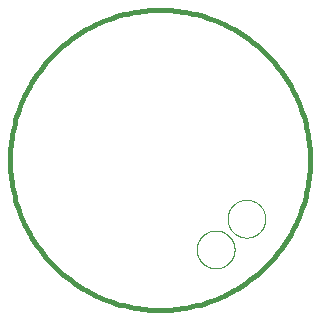
<source format=gko>
G75*
%MOIN*%
%OFA0B0*%
%FSLAX25Y25*%
%IPPOS*%
%LPD*%
%AMOC8*
5,1,8,0,0,1.08239X$1,22.5*
%
%ADD10C,0.00000*%
%ADD11C,0.01600*%
D10*
X0062251Y0020172D02*
X0062253Y0020330D01*
X0062259Y0020488D01*
X0062269Y0020646D01*
X0062283Y0020804D01*
X0062301Y0020961D01*
X0062322Y0021118D01*
X0062348Y0021274D01*
X0062378Y0021430D01*
X0062411Y0021585D01*
X0062449Y0021738D01*
X0062490Y0021891D01*
X0062535Y0022043D01*
X0062584Y0022194D01*
X0062637Y0022343D01*
X0062693Y0022491D01*
X0062753Y0022637D01*
X0062817Y0022782D01*
X0062885Y0022925D01*
X0062956Y0023067D01*
X0063030Y0023207D01*
X0063108Y0023344D01*
X0063190Y0023480D01*
X0063274Y0023614D01*
X0063363Y0023745D01*
X0063454Y0023874D01*
X0063549Y0024001D01*
X0063646Y0024126D01*
X0063747Y0024248D01*
X0063851Y0024367D01*
X0063958Y0024484D01*
X0064068Y0024598D01*
X0064181Y0024709D01*
X0064296Y0024818D01*
X0064414Y0024923D01*
X0064535Y0025025D01*
X0064658Y0025125D01*
X0064784Y0025221D01*
X0064912Y0025314D01*
X0065042Y0025404D01*
X0065175Y0025490D01*
X0065310Y0025574D01*
X0065446Y0025653D01*
X0065585Y0025730D01*
X0065726Y0025802D01*
X0065868Y0025872D01*
X0066012Y0025937D01*
X0066158Y0025999D01*
X0066305Y0026057D01*
X0066454Y0026112D01*
X0066604Y0026163D01*
X0066755Y0026210D01*
X0066907Y0026253D01*
X0067060Y0026292D01*
X0067215Y0026328D01*
X0067370Y0026359D01*
X0067526Y0026387D01*
X0067682Y0026411D01*
X0067839Y0026431D01*
X0067997Y0026447D01*
X0068154Y0026459D01*
X0068313Y0026467D01*
X0068471Y0026471D01*
X0068629Y0026471D01*
X0068787Y0026467D01*
X0068946Y0026459D01*
X0069103Y0026447D01*
X0069261Y0026431D01*
X0069418Y0026411D01*
X0069574Y0026387D01*
X0069730Y0026359D01*
X0069885Y0026328D01*
X0070040Y0026292D01*
X0070193Y0026253D01*
X0070345Y0026210D01*
X0070496Y0026163D01*
X0070646Y0026112D01*
X0070795Y0026057D01*
X0070942Y0025999D01*
X0071088Y0025937D01*
X0071232Y0025872D01*
X0071374Y0025802D01*
X0071515Y0025730D01*
X0071654Y0025653D01*
X0071790Y0025574D01*
X0071925Y0025490D01*
X0072058Y0025404D01*
X0072188Y0025314D01*
X0072316Y0025221D01*
X0072442Y0025125D01*
X0072565Y0025025D01*
X0072686Y0024923D01*
X0072804Y0024818D01*
X0072919Y0024709D01*
X0073032Y0024598D01*
X0073142Y0024484D01*
X0073249Y0024367D01*
X0073353Y0024248D01*
X0073454Y0024126D01*
X0073551Y0024001D01*
X0073646Y0023874D01*
X0073737Y0023745D01*
X0073826Y0023614D01*
X0073910Y0023480D01*
X0073992Y0023344D01*
X0074070Y0023207D01*
X0074144Y0023067D01*
X0074215Y0022925D01*
X0074283Y0022782D01*
X0074347Y0022637D01*
X0074407Y0022491D01*
X0074463Y0022343D01*
X0074516Y0022194D01*
X0074565Y0022043D01*
X0074610Y0021891D01*
X0074651Y0021738D01*
X0074689Y0021585D01*
X0074722Y0021430D01*
X0074752Y0021274D01*
X0074778Y0021118D01*
X0074799Y0020961D01*
X0074817Y0020804D01*
X0074831Y0020646D01*
X0074841Y0020488D01*
X0074847Y0020330D01*
X0074849Y0020172D01*
X0074847Y0020014D01*
X0074841Y0019856D01*
X0074831Y0019698D01*
X0074817Y0019540D01*
X0074799Y0019383D01*
X0074778Y0019226D01*
X0074752Y0019070D01*
X0074722Y0018914D01*
X0074689Y0018759D01*
X0074651Y0018606D01*
X0074610Y0018453D01*
X0074565Y0018301D01*
X0074516Y0018150D01*
X0074463Y0018001D01*
X0074407Y0017853D01*
X0074347Y0017707D01*
X0074283Y0017562D01*
X0074215Y0017419D01*
X0074144Y0017277D01*
X0074070Y0017137D01*
X0073992Y0017000D01*
X0073910Y0016864D01*
X0073826Y0016730D01*
X0073737Y0016599D01*
X0073646Y0016470D01*
X0073551Y0016343D01*
X0073454Y0016218D01*
X0073353Y0016096D01*
X0073249Y0015977D01*
X0073142Y0015860D01*
X0073032Y0015746D01*
X0072919Y0015635D01*
X0072804Y0015526D01*
X0072686Y0015421D01*
X0072565Y0015319D01*
X0072442Y0015219D01*
X0072316Y0015123D01*
X0072188Y0015030D01*
X0072058Y0014940D01*
X0071925Y0014854D01*
X0071790Y0014770D01*
X0071654Y0014691D01*
X0071515Y0014614D01*
X0071374Y0014542D01*
X0071232Y0014472D01*
X0071088Y0014407D01*
X0070942Y0014345D01*
X0070795Y0014287D01*
X0070646Y0014232D01*
X0070496Y0014181D01*
X0070345Y0014134D01*
X0070193Y0014091D01*
X0070040Y0014052D01*
X0069885Y0014016D01*
X0069730Y0013985D01*
X0069574Y0013957D01*
X0069418Y0013933D01*
X0069261Y0013913D01*
X0069103Y0013897D01*
X0068946Y0013885D01*
X0068787Y0013877D01*
X0068629Y0013873D01*
X0068471Y0013873D01*
X0068313Y0013877D01*
X0068154Y0013885D01*
X0067997Y0013897D01*
X0067839Y0013913D01*
X0067682Y0013933D01*
X0067526Y0013957D01*
X0067370Y0013985D01*
X0067215Y0014016D01*
X0067060Y0014052D01*
X0066907Y0014091D01*
X0066755Y0014134D01*
X0066604Y0014181D01*
X0066454Y0014232D01*
X0066305Y0014287D01*
X0066158Y0014345D01*
X0066012Y0014407D01*
X0065868Y0014472D01*
X0065726Y0014542D01*
X0065585Y0014614D01*
X0065446Y0014691D01*
X0065310Y0014770D01*
X0065175Y0014854D01*
X0065042Y0014940D01*
X0064912Y0015030D01*
X0064784Y0015123D01*
X0064658Y0015219D01*
X0064535Y0015319D01*
X0064414Y0015421D01*
X0064296Y0015526D01*
X0064181Y0015635D01*
X0064068Y0015746D01*
X0063958Y0015860D01*
X0063851Y0015977D01*
X0063747Y0016096D01*
X0063646Y0016218D01*
X0063549Y0016343D01*
X0063454Y0016470D01*
X0063363Y0016599D01*
X0063274Y0016730D01*
X0063190Y0016864D01*
X0063108Y0017000D01*
X0063030Y0017137D01*
X0062956Y0017277D01*
X0062885Y0017419D01*
X0062817Y0017562D01*
X0062753Y0017707D01*
X0062693Y0017853D01*
X0062637Y0018001D01*
X0062584Y0018150D01*
X0062535Y0018301D01*
X0062490Y0018453D01*
X0062449Y0018606D01*
X0062411Y0018759D01*
X0062378Y0018914D01*
X0062348Y0019070D01*
X0062322Y0019226D01*
X0062301Y0019383D01*
X0062283Y0019540D01*
X0062269Y0019698D01*
X0062259Y0019856D01*
X0062253Y0020014D01*
X0062251Y0020172D01*
X0072504Y0030425D02*
X0072506Y0030583D01*
X0072512Y0030741D01*
X0072522Y0030899D01*
X0072536Y0031057D01*
X0072554Y0031214D01*
X0072575Y0031371D01*
X0072601Y0031527D01*
X0072631Y0031683D01*
X0072664Y0031838D01*
X0072702Y0031991D01*
X0072743Y0032144D01*
X0072788Y0032296D01*
X0072837Y0032447D01*
X0072890Y0032596D01*
X0072946Y0032744D01*
X0073006Y0032890D01*
X0073070Y0033035D01*
X0073138Y0033178D01*
X0073209Y0033320D01*
X0073283Y0033460D01*
X0073361Y0033597D01*
X0073443Y0033733D01*
X0073527Y0033867D01*
X0073616Y0033998D01*
X0073707Y0034127D01*
X0073802Y0034254D01*
X0073899Y0034379D01*
X0074000Y0034501D01*
X0074104Y0034620D01*
X0074211Y0034737D01*
X0074321Y0034851D01*
X0074434Y0034962D01*
X0074549Y0035071D01*
X0074667Y0035176D01*
X0074788Y0035278D01*
X0074911Y0035378D01*
X0075037Y0035474D01*
X0075165Y0035567D01*
X0075295Y0035657D01*
X0075428Y0035743D01*
X0075563Y0035827D01*
X0075699Y0035906D01*
X0075838Y0035983D01*
X0075979Y0036055D01*
X0076121Y0036125D01*
X0076265Y0036190D01*
X0076411Y0036252D01*
X0076558Y0036310D01*
X0076707Y0036365D01*
X0076857Y0036416D01*
X0077008Y0036463D01*
X0077160Y0036506D01*
X0077313Y0036545D01*
X0077468Y0036581D01*
X0077623Y0036612D01*
X0077779Y0036640D01*
X0077935Y0036664D01*
X0078092Y0036684D01*
X0078250Y0036700D01*
X0078407Y0036712D01*
X0078566Y0036720D01*
X0078724Y0036724D01*
X0078882Y0036724D01*
X0079040Y0036720D01*
X0079199Y0036712D01*
X0079356Y0036700D01*
X0079514Y0036684D01*
X0079671Y0036664D01*
X0079827Y0036640D01*
X0079983Y0036612D01*
X0080138Y0036581D01*
X0080293Y0036545D01*
X0080446Y0036506D01*
X0080598Y0036463D01*
X0080749Y0036416D01*
X0080899Y0036365D01*
X0081048Y0036310D01*
X0081195Y0036252D01*
X0081341Y0036190D01*
X0081485Y0036125D01*
X0081627Y0036055D01*
X0081768Y0035983D01*
X0081907Y0035906D01*
X0082043Y0035827D01*
X0082178Y0035743D01*
X0082311Y0035657D01*
X0082441Y0035567D01*
X0082569Y0035474D01*
X0082695Y0035378D01*
X0082818Y0035278D01*
X0082939Y0035176D01*
X0083057Y0035071D01*
X0083172Y0034962D01*
X0083285Y0034851D01*
X0083395Y0034737D01*
X0083502Y0034620D01*
X0083606Y0034501D01*
X0083707Y0034379D01*
X0083804Y0034254D01*
X0083899Y0034127D01*
X0083990Y0033998D01*
X0084079Y0033867D01*
X0084163Y0033733D01*
X0084245Y0033597D01*
X0084323Y0033460D01*
X0084397Y0033320D01*
X0084468Y0033178D01*
X0084536Y0033035D01*
X0084600Y0032890D01*
X0084660Y0032744D01*
X0084716Y0032596D01*
X0084769Y0032447D01*
X0084818Y0032296D01*
X0084863Y0032144D01*
X0084904Y0031991D01*
X0084942Y0031838D01*
X0084975Y0031683D01*
X0085005Y0031527D01*
X0085031Y0031371D01*
X0085052Y0031214D01*
X0085070Y0031057D01*
X0085084Y0030899D01*
X0085094Y0030741D01*
X0085100Y0030583D01*
X0085102Y0030425D01*
X0085100Y0030267D01*
X0085094Y0030109D01*
X0085084Y0029951D01*
X0085070Y0029793D01*
X0085052Y0029636D01*
X0085031Y0029479D01*
X0085005Y0029323D01*
X0084975Y0029167D01*
X0084942Y0029012D01*
X0084904Y0028859D01*
X0084863Y0028706D01*
X0084818Y0028554D01*
X0084769Y0028403D01*
X0084716Y0028254D01*
X0084660Y0028106D01*
X0084600Y0027960D01*
X0084536Y0027815D01*
X0084468Y0027672D01*
X0084397Y0027530D01*
X0084323Y0027390D01*
X0084245Y0027253D01*
X0084163Y0027117D01*
X0084079Y0026983D01*
X0083990Y0026852D01*
X0083899Y0026723D01*
X0083804Y0026596D01*
X0083707Y0026471D01*
X0083606Y0026349D01*
X0083502Y0026230D01*
X0083395Y0026113D01*
X0083285Y0025999D01*
X0083172Y0025888D01*
X0083057Y0025779D01*
X0082939Y0025674D01*
X0082818Y0025572D01*
X0082695Y0025472D01*
X0082569Y0025376D01*
X0082441Y0025283D01*
X0082311Y0025193D01*
X0082178Y0025107D01*
X0082043Y0025023D01*
X0081907Y0024944D01*
X0081768Y0024867D01*
X0081627Y0024795D01*
X0081485Y0024725D01*
X0081341Y0024660D01*
X0081195Y0024598D01*
X0081048Y0024540D01*
X0080899Y0024485D01*
X0080749Y0024434D01*
X0080598Y0024387D01*
X0080446Y0024344D01*
X0080293Y0024305D01*
X0080138Y0024269D01*
X0079983Y0024238D01*
X0079827Y0024210D01*
X0079671Y0024186D01*
X0079514Y0024166D01*
X0079356Y0024150D01*
X0079199Y0024138D01*
X0079040Y0024130D01*
X0078882Y0024126D01*
X0078724Y0024126D01*
X0078566Y0024130D01*
X0078407Y0024138D01*
X0078250Y0024150D01*
X0078092Y0024166D01*
X0077935Y0024186D01*
X0077779Y0024210D01*
X0077623Y0024238D01*
X0077468Y0024269D01*
X0077313Y0024305D01*
X0077160Y0024344D01*
X0077008Y0024387D01*
X0076857Y0024434D01*
X0076707Y0024485D01*
X0076558Y0024540D01*
X0076411Y0024598D01*
X0076265Y0024660D01*
X0076121Y0024725D01*
X0075979Y0024795D01*
X0075838Y0024867D01*
X0075699Y0024944D01*
X0075563Y0025023D01*
X0075428Y0025107D01*
X0075295Y0025193D01*
X0075165Y0025283D01*
X0075037Y0025376D01*
X0074911Y0025472D01*
X0074788Y0025572D01*
X0074667Y0025674D01*
X0074549Y0025779D01*
X0074434Y0025888D01*
X0074321Y0025999D01*
X0074211Y0026113D01*
X0074104Y0026230D01*
X0074000Y0026349D01*
X0073899Y0026471D01*
X0073802Y0026596D01*
X0073707Y0026723D01*
X0073616Y0026852D01*
X0073527Y0026983D01*
X0073443Y0027117D01*
X0073361Y0027253D01*
X0073283Y0027390D01*
X0073209Y0027530D01*
X0073138Y0027672D01*
X0073070Y0027815D01*
X0073006Y0027960D01*
X0072946Y0028106D01*
X0072890Y0028254D01*
X0072837Y0028403D01*
X0072788Y0028554D01*
X0072743Y0028706D01*
X0072702Y0028859D01*
X0072664Y0029012D01*
X0072631Y0029167D01*
X0072601Y0029323D01*
X0072575Y0029479D01*
X0072554Y0029636D01*
X0072536Y0029793D01*
X0072522Y0029951D01*
X0072512Y0030109D01*
X0072506Y0030267D01*
X0072504Y0030425D01*
D11*
X0000000Y0050000D02*
X0000015Y0051227D01*
X0000060Y0052453D01*
X0000135Y0053678D01*
X0000241Y0054901D01*
X0000376Y0056121D01*
X0000541Y0057337D01*
X0000736Y0058548D01*
X0000961Y0059755D01*
X0001215Y0060955D01*
X0001498Y0062149D01*
X0001811Y0063336D01*
X0002153Y0064514D01*
X0002524Y0065684D01*
X0002923Y0066844D01*
X0003350Y0067995D01*
X0003806Y0069134D01*
X0004290Y0070262D01*
X0004801Y0071378D01*
X0005339Y0072481D01*
X0005904Y0073570D01*
X0006496Y0074645D01*
X0007114Y0075705D01*
X0007757Y0076750D01*
X0008427Y0077779D01*
X0009121Y0078790D01*
X0009840Y0079785D01*
X0010583Y0080762D01*
X0011349Y0081720D01*
X0012140Y0082659D01*
X0012952Y0083578D01*
X0013788Y0084477D01*
X0014645Y0085355D01*
X0015523Y0086212D01*
X0016422Y0087048D01*
X0017341Y0087860D01*
X0018280Y0088651D01*
X0019238Y0089417D01*
X0020215Y0090160D01*
X0021210Y0090879D01*
X0022221Y0091573D01*
X0023250Y0092243D01*
X0024295Y0092886D01*
X0025355Y0093504D01*
X0026430Y0094096D01*
X0027519Y0094661D01*
X0028622Y0095199D01*
X0029738Y0095710D01*
X0030866Y0096194D01*
X0032005Y0096650D01*
X0033156Y0097077D01*
X0034316Y0097476D01*
X0035486Y0097847D01*
X0036664Y0098189D01*
X0037851Y0098502D01*
X0039045Y0098785D01*
X0040245Y0099039D01*
X0041452Y0099264D01*
X0042663Y0099459D01*
X0043879Y0099624D01*
X0045099Y0099759D01*
X0046322Y0099865D01*
X0047547Y0099940D01*
X0048773Y0099985D01*
X0050000Y0100000D01*
X0051227Y0099985D01*
X0052453Y0099940D01*
X0053678Y0099865D01*
X0054901Y0099759D01*
X0056121Y0099624D01*
X0057337Y0099459D01*
X0058548Y0099264D01*
X0059755Y0099039D01*
X0060955Y0098785D01*
X0062149Y0098502D01*
X0063336Y0098189D01*
X0064514Y0097847D01*
X0065684Y0097476D01*
X0066844Y0097077D01*
X0067995Y0096650D01*
X0069134Y0096194D01*
X0070262Y0095710D01*
X0071378Y0095199D01*
X0072481Y0094661D01*
X0073570Y0094096D01*
X0074645Y0093504D01*
X0075705Y0092886D01*
X0076750Y0092243D01*
X0077779Y0091573D01*
X0078790Y0090879D01*
X0079785Y0090160D01*
X0080762Y0089417D01*
X0081720Y0088651D01*
X0082659Y0087860D01*
X0083578Y0087048D01*
X0084477Y0086212D01*
X0085355Y0085355D01*
X0086212Y0084477D01*
X0087048Y0083578D01*
X0087860Y0082659D01*
X0088651Y0081720D01*
X0089417Y0080762D01*
X0090160Y0079785D01*
X0090879Y0078790D01*
X0091573Y0077779D01*
X0092243Y0076750D01*
X0092886Y0075705D01*
X0093504Y0074645D01*
X0094096Y0073570D01*
X0094661Y0072481D01*
X0095199Y0071378D01*
X0095710Y0070262D01*
X0096194Y0069134D01*
X0096650Y0067995D01*
X0097077Y0066844D01*
X0097476Y0065684D01*
X0097847Y0064514D01*
X0098189Y0063336D01*
X0098502Y0062149D01*
X0098785Y0060955D01*
X0099039Y0059755D01*
X0099264Y0058548D01*
X0099459Y0057337D01*
X0099624Y0056121D01*
X0099759Y0054901D01*
X0099865Y0053678D01*
X0099940Y0052453D01*
X0099985Y0051227D01*
X0100000Y0050000D01*
X0099985Y0048773D01*
X0099940Y0047547D01*
X0099865Y0046322D01*
X0099759Y0045099D01*
X0099624Y0043879D01*
X0099459Y0042663D01*
X0099264Y0041452D01*
X0099039Y0040245D01*
X0098785Y0039045D01*
X0098502Y0037851D01*
X0098189Y0036664D01*
X0097847Y0035486D01*
X0097476Y0034316D01*
X0097077Y0033156D01*
X0096650Y0032005D01*
X0096194Y0030866D01*
X0095710Y0029738D01*
X0095199Y0028622D01*
X0094661Y0027519D01*
X0094096Y0026430D01*
X0093504Y0025355D01*
X0092886Y0024295D01*
X0092243Y0023250D01*
X0091573Y0022221D01*
X0090879Y0021210D01*
X0090160Y0020215D01*
X0089417Y0019238D01*
X0088651Y0018280D01*
X0087860Y0017341D01*
X0087048Y0016422D01*
X0086212Y0015523D01*
X0085355Y0014645D01*
X0084477Y0013788D01*
X0083578Y0012952D01*
X0082659Y0012140D01*
X0081720Y0011349D01*
X0080762Y0010583D01*
X0079785Y0009840D01*
X0078790Y0009121D01*
X0077779Y0008427D01*
X0076750Y0007757D01*
X0075705Y0007114D01*
X0074645Y0006496D01*
X0073570Y0005904D01*
X0072481Y0005339D01*
X0071378Y0004801D01*
X0070262Y0004290D01*
X0069134Y0003806D01*
X0067995Y0003350D01*
X0066844Y0002923D01*
X0065684Y0002524D01*
X0064514Y0002153D01*
X0063336Y0001811D01*
X0062149Y0001498D01*
X0060955Y0001215D01*
X0059755Y0000961D01*
X0058548Y0000736D01*
X0057337Y0000541D01*
X0056121Y0000376D01*
X0054901Y0000241D01*
X0053678Y0000135D01*
X0052453Y0000060D01*
X0051227Y0000015D01*
X0050000Y0000000D01*
X0048773Y0000015D01*
X0047547Y0000060D01*
X0046322Y0000135D01*
X0045099Y0000241D01*
X0043879Y0000376D01*
X0042663Y0000541D01*
X0041452Y0000736D01*
X0040245Y0000961D01*
X0039045Y0001215D01*
X0037851Y0001498D01*
X0036664Y0001811D01*
X0035486Y0002153D01*
X0034316Y0002524D01*
X0033156Y0002923D01*
X0032005Y0003350D01*
X0030866Y0003806D01*
X0029738Y0004290D01*
X0028622Y0004801D01*
X0027519Y0005339D01*
X0026430Y0005904D01*
X0025355Y0006496D01*
X0024295Y0007114D01*
X0023250Y0007757D01*
X0022221Y0008427D01*
X0021210Y0009121D01*
X0020215Y0009840D01*
X0019238Y0010583D01*
X0018280Y0011349D01*
X0017341Y0012140D01*
X0016422Y0012952D01*
X0015523Y0013788D01*
X0014645Y0014645D01*
X0013788Y0015523D01*
X0012952Y0016422D01*
X0012140Y0017341D01*
X0011349Y0018280D01*
X0010583Y0019238D01*
X0009840Y0020215D01*
X0009121Y0021210D01*
X0008427Y0022221D01*
X0007757Y0023250D01*
X0007114Y0024295D01*
X0006496Y0025355D01*
X0005904Y0026430D01*
X0005339Y0027519D01*
X0004801Y0028622D01*
X0004290Y0029738D01*
X0003806Y0030866D01*
X0003350Y0032005D01*
X0002923Y0033156D01*
X0002524Y0034316D01*
X0002153Y0035486D01*
X0001811Y0036664D01*
X0001498Y0037851D01*
X0001215Y0039045D01*
X0000961Y0040245D01*
X0000736Y0041452D01*
X0000541Y0042663D01*
X0000376Y0043879D01*
X0000241Y0045099D01*
X0000135Y0046322D01*
X0000060Y0047547D01*
X0000015Y0048773D01*
X0000000Y0050000D01*
M02*

</source>
